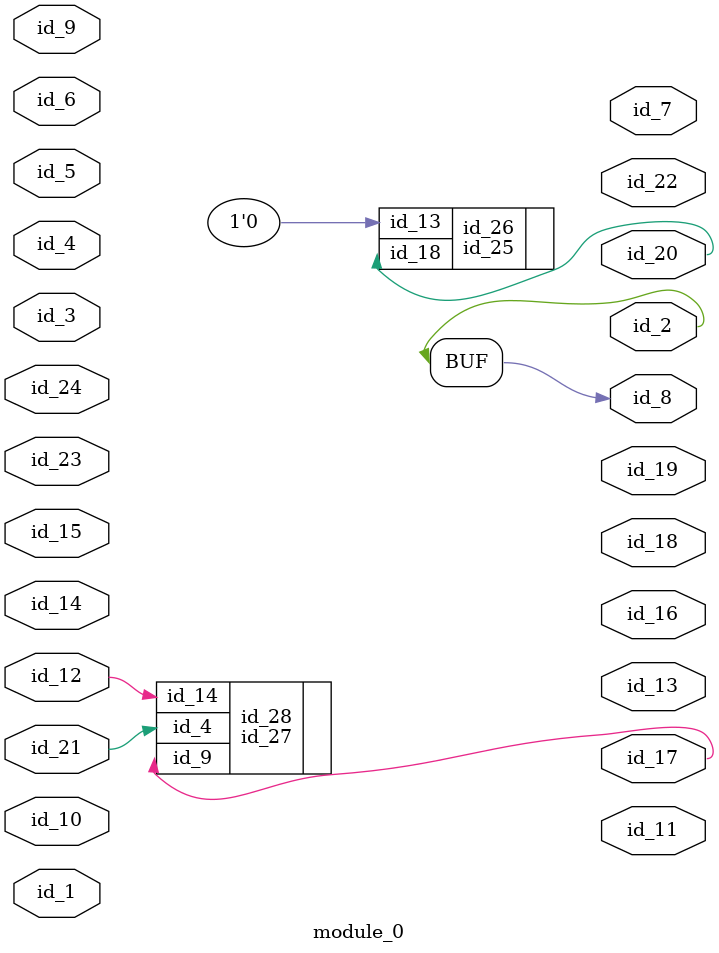
<source format=v>
module module_0 (
    id_1,
    id_2,
    id_3,
    id_4,
    id_5,
    id_6,
    id_7,
    id_8,
    id_9,
    id_10,
    id_11,
    id_12,
    id_13,
    id_14,
    id_15,
    id_16,
    id_17,
    id_18,
    id_19,
    id_20,
    id_21,
    id_22,
    id_23,
    id_24
);
  input id_24;
  input id_23;
  output id_22;
  input id_21;
  output id_20;
  output id_19;
  output id_18;
  output id_17;
  output id_16;
  input id_15;
  input id_14;
  output id_13;
  input id_12;
  output id_11;
  input id_10;
  input id_9;
  output id_8;
  output id_7;
  input id_6;
  input id_5;
  input id_4;
  input id_3;
  output id_2;
  input id_1;
  id_25 id_26 (
      .id_18(id_20),
      .id_13(1'b0)
  );
  assign id_2 = id_8;
  id_27 id_28 (
      .id_9 (id_17),
      .id_14(id_12),
      .id_4 (id_21)
  );
endmodule

</source>
